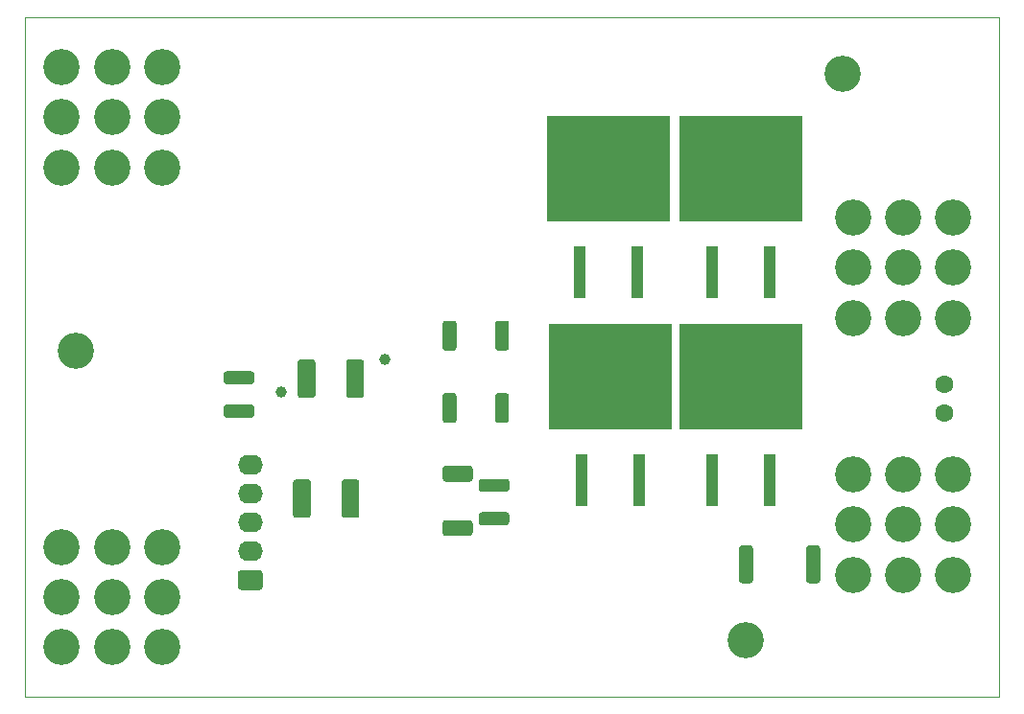
<source format=gbr>
G04 #@! TF.GenerationSoftware,KiCad,Pcbnew,(5.1.9)-1*
G04 #@! TF.CreationDate,2021-07-02T11:04:45-04:00*
G04 #@! TF.ProjectId,Motor Controller 2020,4d6f746f-7220-4436-9f6e-74726f6c6c65,rev?*
G04 #@! TF.SameCoordinates,Original*
G04 #@! TF.FileFunction,Soldermask,Bot*
G04 #@! TF.FilePolarity,Negative*
%FSLAX46Y46*%
G04 Gerber Fmt 4.6, Leading zero omitted, Abs format (unit mm)*
G04 Created by KiCad (PCBNEW (5.1.9)-1) date 2021-07-02 11:04:45*
%MOMM*%
%LPD*%
G01*
G04 APERTURE LIST*
G04 #@! TA.AperFunction,Profile*
%ADD10C,0.050000*%
G04 #@! TD*
%ADD11C,1.000000*%
%ADD12C,3.200000*%
%ADD13O,2.190000X1.740000*%
%ADD14R,10.800000X9.400000*%
%ADD15R,1.100000X4.600000*%
%ADD16C,1.600000*%
G04 APERTURE END LIST*
D10*
X174700000Y-102900000D02*
X174700000Y-42900000D01*
X88700000Y-42900000D02*
X174700000Y-42900000D01*
X88700000Y-102900000D02*
X88700000Y-42900000D01*
X88700000Y-102900000D02*
X174700000Y-102900000D01*
D11*
G04 #@! TO.C,TP5*
X120500000Y-73100000D03*
G04 #@! TD*
G04 #@! TO.C,C3*
G36*
G01*
X112775000Y-76250002D02*
X112775000Y-73349998D01*
G75*
G02*
X113024998Y-73100000I249998J0D01*
G01*
X114100002Y-73100000D01*
G75*
G02*
X114350000Y-73349998I0J-249998D01*
G01*
X114350000Y-76250002D01*
G75*
G02*
X114100002Y-76500000I-249998J0D01*
G01*
X113024998Y-76500000D01*
G75*
G02*
X112775000Y-76250002I0J249998D01*
G01*
G37*
G36*
G01*
X117050000Y-76250002D02*
X117050000Y-73349998D01*
G75*
G02*
X117299998Y-73100000I249998J0D01*
G01*
X118375002Y-73100000D01*
G75*
G02*
X118625000Y-73349998I0J-249998D01*
G01*
X118625000Y-76250002D01*
G75*
G02*
X118375002Y-76500000I-249998J0D01*
G01*
X117299998Y-76500000D01*
G75*
G02*
X117050000Y-76250002I0J249998D01*
G01*
G37*
G04 #@! TD*
D12*
G04 #@! TO.C,J4*
X166200000Y-65000000D03*
X166200000Y-69435000D03*
X170635000Y-65000000D03*
X166200000Y-60565000D03*
X161765000Y-65000000D03*
X161765000Y-69435000D03*
X161765000Y-60565000D03*
X170635000Y-60565000D03*
X170635000Y-69435000D03*
G04 #@! TD*
G04 #@! TO.C,R6*
G36*
G01*
X131425000Y-76324999D02*
X131425000Y-78475001D01*
G75*
G02*
X131175001Y-78725000I-249999J0D01*
G01*
X130449999Y-78725000D01*
G75*
G02*
X130200000Y-78475001I0J249999D01*
G01*
X130200000Y-76324999D01*
G75*
G02*
X130449999Y-76075000I249999J0D01*
G01*
X131175001Y-76075000D01*
G75*
G02*
X131425000Y-76324999I0J-249999D01*
G01*
G37*
G36*
G01*
X126800000Y-76324999D02*
X126800000Y-78475001D01*
G75*
G02*
X126550001Y-78725000I-249999J0D01*
G01*
X125824999Y-78725000D01*
G75*
G02*
X125575000Y-78475001I0J249999D01*
G01*
X125575000Y-76324999D01*
G75*
G02*
X125824999Y-76075000I249999J0D01*
G01*
X126550001Y-76075000D01*
G75*
G02*
X126800000Y-76324999I0J-249999D01*
G01*
G37*
G04 #@! TD*
G04 #@! TO.C,J3*
G36*
G01*
X109445001Y-93470000D02*
X107754999Y-93470000D01*
G75*
G02*
X107505000Y-93220001I0J249999D01*
G01*
X107505000Y-91979999D01*
G75*
G02*
X107754999Y-91730000I249999J0D01*
G01*
X109445001Y-91730000D01*
G75*
G02*
X109695000Y-91979999I0J-249999D01*
G01*
X109695000Y-93220001D01*
G75*
G02*
X109445001Y-93470000I-249999J0D01*
G01*
G37*
D13*
X108600000Y-90060000D03*
X108600000Y-87520000D03*
X108600000Y-84980000D03*
X108600000Y-82440000D03*
G04 #@! TD*
G04 #@! TO.C,C11*
G36*
G01*
X112375000Y-86850002D02*
X112375000Y-83949998D01*
G75*
G02*
X112624998Y-83700000I249998J0D01*
G01*
X113700002Y-83700000D01*
G75*
G02*
X113950000Y-83949998I0J-249998D01*
G01*
X113950000Y-86850002D01*
G75*
G02*
X113700002Y-87100000I-249998J0D01*
G01*
X112624998Y-87100000D01*
G75*
G02*
X112375000Y-86850002I0J249998D01*
G01*
G37*
G36*
G01*
X116650000Y-86850002D02*
X116650000Y-83949998D01*
G75*
G02*
X116899998Y-83700000I249998J0D01*
G01*
X117975002Y-83700000D01*
G75*
G02*
X118225000Y-83949998I0J-249998D01*
G01*
X118225000Y-86850002D01*
G75*
G02*
X117975002Y-87100000I-249998J0D01*
G01*
X116899998Y-87100000D01*
G75*
G02*
X116650000Y-86850002I0J249998D01*
G01*
G37*
G04 #@! TD*
D12*
G04 #@! TO.C,J1*
X100828000Y-56135000D03*
X100828000Y-47265000D03*
X91958000Y-47265000D03*
X91958000Y-56135000D03*
X91958000Y-51700000D03*
X96393000Y-47265000D03*
X100828000Y-51700000D03*
X96393000Y-56135000D03*
X96393000Y-51700000D03*
G04 #@! TD*
G04 #@! TO.C,J2*
X96400000Y-94100000D03*
X96400000Y-98535000D03*
X100835000Y-94100000D03*
X96400000Y-89665000D03*
X91965000Y-94100000D03*
X91965000Y-98535000D03*
X91965000Y-89665000D03*
X100835000Y-89665000D03*
X100835000Y-98535000D03*
G04 #@! TD*
G04 #@! TO.C,J5*
X170635000Y-92135000D03*
X170635000Y-83265000D03*
X161765000Y-83265000D03*
X161765000Y-92135000D03*
X161765000Y-87700000D03*
X166200000Y-83265000D03*
X170635000Y-87700000D03*
X166200000Y-92135000D03*
X166200000Y-87700000D03*
G04 #@! TD*
G04 #@! TO.C,JP2*
G36*
G01*
X152950000Y-89774999D02*
X152950000Y-92625001D01*
G75*
G02*
X152700001Y-92875000I-249999J0D01*
G01*
X151974999Y-92875000D01*
G75*
G02*
X151725000Y-92625001I0J249999D01*
G01*
X151725000Y-89774999D01*
G75*
G02*
X151974999Y-89525000I249999J0D01*
G01*
X152700001Y-89525000D01*
G75*
G02*
X152950000Y-89774999I0J-249999D01*
G01*
G37*
G36*
G01*
X158875000Y-89774999D02*
X158875000Y-92625001D01*
G75*
G02*
X158625001Y-92875000I-249999J0D01*
G01*
X157899999Y-92875000D01*
G75*
G02*
X157650000Y-92625001I0J249999D01*
G01*
X157650000Y-89774999D01*
G75*
G02*
X157899999Y-89525000I249999J0D01*
G01*
X158625001Y-89525000D01*
G75*
G02*
X158875000Y-89774999I0J-249999D01*
G01*
G37*
G04 #@! TD*
G04 #@! TO.C,R5*
G36*
G01*
X126800000Y-69924999D02*
X126800000Y-72075001D01*
G75*
G02*
X126550001Y-72325000I-249999J0D01*
G01*
X125824999Y-72325000D01*
G75*
G02*
X125575000Y-72075001I0J249999D01*
G01*
X125575000Y-69924999D01*
G75*
G02*
X125824999Y-69675000I249999J0D01*
G01*
X126550001Y-69675000D01*
G75*
G02*
X126800000Y-69924999I0J-249999D01*
G01*
G37*
G36*
G01*
X131425000Y-69924999D02*
X131425000Y-72075001D01*
G75*
G02*
X131175001Y-72325000I-249999J0D01*
G01*
X130449999Y-72325000D01*
G75*
G02*
X130200000Y-72075001I0J249999D01*
G01*
X130200000Y-69924999D01*
G75*
G02*
X130449999Y-69675000I249999J0D01*
G01*
X131175001Y-69675000D01*
G75*
G02*
X131425000Y-69924999I0J-249999D01*
G01*
G37*
G04 #@! TD*
G04 #@! TO.C,C6*
G36*
G01*
X128999999Y-83650000D02*
X131200001Y-83650000D01*
G75*
G02*
X131450000Y-83899999I0J-249999D01*
G01*
X131450000Y-84550001D01*
G75*
G02*
X131200001Y-84800000I-249999J0D01*
G01*
X128999999Y-84800000D01*
G75*
G02*
X128750000Y-84550001I0J249999D01*
G01*
X128750000Y-83899999D01*
G75*
G02*
X128999999Y-83650000I249999J0D01*
G01*
G37*
G36*
G01*
X128999999Y-86600000D02*
X131200001Y-86600000D01*
G75*
G02*
X131450000Y-86849999I0J-249999D01*
G01*
X131450000Y-87500001D01*
G75*
G02*
X131200001Y-87750000I-249999J0D01*
G01*
X128999999Y-87750000D01*
G75*
G02*
X128750000Y-87500001I0J249999D01*
G01*
X128750000Y-86849999D01*
G75*
G02*
X128999999Y-86600000I249999J0D01*
G01*
G37*
G04 #@! TD*
G04 #@! TO.C,R2*
G36*
G01*
X127975001Y-88700000D02*
X125824999Y-88700000D01*
G75*
G02*
X125575000Y-88450001I0J249999D01*
G01*
X125575000Y-87549999D01*
G75*
G02*
X125824999Y-87300000I249999J0D01*
G01*
X127975001Y-87300000D01*
G75*
G02*
X128225000Y-87549999I0J-249999D01*
G01*
X128225000Y-88450001D01*
G75*
G02*
X127975001Y-88700000I-249999J0D01*
G01*
G37*
G36*
G01*
X127975001Y-83900000D02*
X125824999Y-83900000D01*
G75*
G02*
X125575000Y-83650001I0J249999D01*
G01*
X125575000Y-82749999D01*
G75*
G02*
X125824999Y-82500000I249999J0D01*
G01*
X127975001Y-82500000D01*
G75*
G02*
X128225000Y-82749999I0J-249999D01*
G01*
X128225000Y-83650001D01*
G75*
G02*
X127975001Y-83900000I-249999J0D01*
G01*
G37*
G04 #@! TD*
G04 #@! TO.C,H1*
X160900000Y-47900000D03*
G04 #@! TD*
G04 #@! TO.C,H2*
X152300000Y-97900000D03*
G04 #@! TD*
G04 #@! TO.C,H3*
X93200000Y-72300000D03*
G04 #@! TD*
G04 #@! TO.C,C2*
G36*
G01*
X108700001Y-75300000D02*
X106499999Y-75300000D01*
G75*
G02*
X106250000Y-75050001I0J249999D01*
G01*
X106250000Y-74399999D01*
G75*
G02*
X106499999Y-74150000I249999J0D01*
G01*
X108700001Y-74150000D01*
G75*
G02*
X108950000Y-74399999I0J-249999D01*
G01*
X108950000Y-75050001D01*
G75*
G02*
X108700001Y-75300000I-249999J0D01*
G01*
G37*
G36*
G01*
X108700001Y-78250000D02*
X106499999Y-78250000D01*
G75*
G02*
X106250000Y-78000001I0J249999D01*
G01*
X106250000Y-77349999D01*
G75*
G02*
X106499999Y-77100000I249999J0D01*
G01*
X108700001Y-77100000D01*
G75*
G02*
X108950000Y-77349999I0J-249999D01*
G01*
X108950000Y-78000001D01*
G75*
G02*
X108700001Y-78250000I-249999J0D01*
G01*
G37*
G04 #@! TD*
D14*
G04 #@! TO.C,Q5*
X151892000Y-74653000D03*
D15*
X149352000Y-83803000D03*
X154432000Y-83803000D03*
G04 #@! TD*
D14*
G04 #@! TO.C,Q6*
X140208000Y-56226000D03*
D15*
X137668000Y-65376000D03*
X142748000Y-65376000D03*
G04 #@! TD*
G04 #@! TO.C,Q7*
X154432000Y-65376000D03*
X149352000Y-65376000D03*
D14*
X151892000Y-56226000D03*
G04 #@! TD*
D15*
G04 #@! TO.C,Q8*
X142875000Y-83791000D03*
X137795000Y-83791000D03*
D14*
X140335000Y-74641000D03*
G04 #@! TD*
D16*
G04 #@! TO.C,C10*
X169800000Y-77800000D03*
X169800000Y-75300000D03*
G04 #@! TD*
D11*
G04 #@! TO.C,TP6*
X111300000Y-76000000D03*
G04 #@! TD*
M02*

</source>
